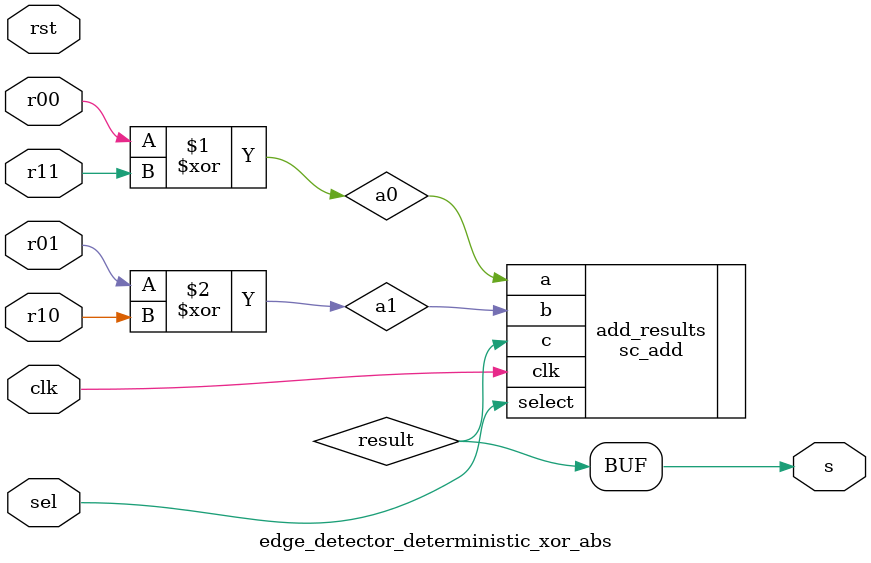
<source format=sv>
`timescale 1us/1ns

module edge_detector_deterministic_xor_abs (
    input logic clk,
    input logic rst,
    input logic r00, r01, r10, r11, 
    input logic sel,
    output logic s
);

    logic a0, a1;
    logic result;

    assign a0 = r00 ^ r11;

    assign a1 = r01 ^ r10;

    sc_add add_results (
        .clk(clk),
        .a(a0),
        .b(a1),
        .select(sel),
        .c(result)
    );

    assign s = result;

endmodule

</source>
